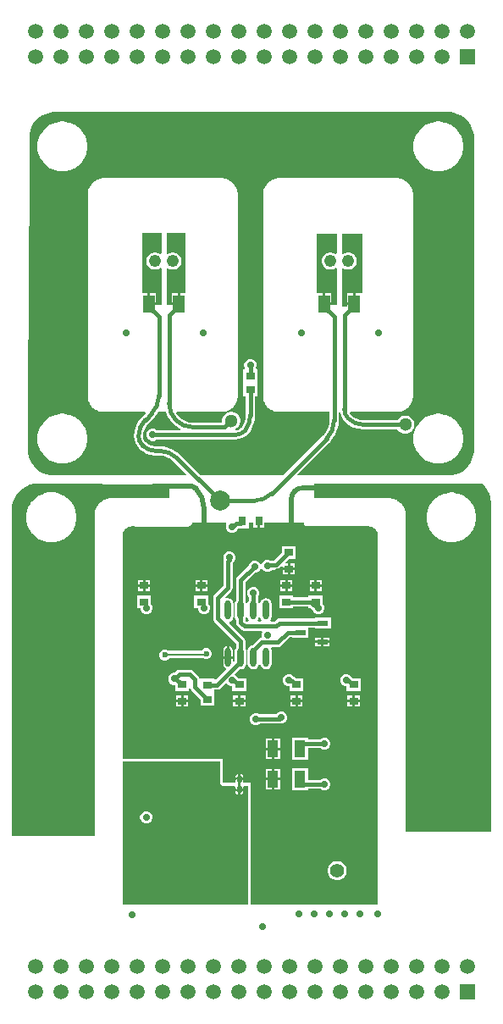
<source format=gbl>
G04*
G04 #@! TF.GenerationSoftware,Altium Limited,Altium Designer,22.4.2 (48)*
G04*
G04 Layer_Physical_Order=4*
G04 Layer_Color=16711680*
%FSLAX25Y25*%
%MOIN*%
G70*
G04*
G04 #@! TF.SameCoordinates,F473D59A-574F-4481-BB9C-DFA0211E3A26*
G04*
G04*
G04 #@! TF.FilePolarity,Positive*
G04*
G01*
G75*
%ADD11C,0.01575*%
%ADD18O,0.02362X0.07480*%
%ADD19R,0.03543X0.03150*%
%ADD20R,0.03150X0.03543*%
%ADD26R,0.04528X0.07087*%
%ADD38C,0.00799*%
%ADD40C,0.01968*%
%ADD41C,0.05906*%
%ADD42R,0.05906X0.05906*%
%ADD43C,0.05512*%
%ADD44C,0.04780*%
%ADD45C,0.02756*%
%ADD46C,0.02362*%
%ADD47C,0.07874*%
%ADD48C,0.05118*%
%ADD50R,0.04331X0.02165*%
%ADD51R,0.04331X0.06693*%
G04:AMPARAMS|DCode=52|XSize=19.68mil|YSize=23.62mil|CornerRadius=4.92mil|HoleSize=0mil|Usage=FLASHONLY|Rotation=180.000|XOffset=0mil|YOffset=0mil|HoleType=Round|Shape=RoundedRectangle|*
%AMROUNDEDRECTD52*
21,1,0.01968,0.01378,0,0,180.0*
21,1,0.00984,0.02362,0,0,180.0*
1,1,0.00984,-0.00492,0.00689*
1,1,0.00984,0.00492,0.00689*
1,1,0.00984,0.00492,-0.00689*
1,1,0.00984,-0.00492,-0.00689*
%
%ADD52ROUNDEDRECTD52*%
G36*
X-45114Y103600D02*
X-45576Y103409D01*
X-45604Y103437D01*
X-46377Y103883D01*
X-47239Y104114D01*
X-48131D01*
X-48993Y103883D01*
X-49766Y103437D01*
X-50397Y102806D01*
X-50844Y102033D01*
X-51075Y101171D01*
Y100278D01*
X-50844Y99416D01*
X-50397Y98643D01*
X-49766Y98012D01*
X-48993Y97566D01*
X-48131Y97334D01*
X-47239D01*
X-46377Y97566D01*
X-45604Y98012D01*
X-45576Y98040D01*
X-45114Y97848D01*
Y83295D01*
X-50091D01*
Y83795D01*
X-50591D01*
Y87939D01*
X-52954D01*
X-53033Y88406D01*
Y111295D01*
X-45114D01*
Y103600D01*
D02*
G37*
G36*
X-114185D02*
X-114647Y103409D01*
X-114675Y103437D01*
X-115448Y103883D01*
X-116310Y104114D01*
X-117202D01*
X-118064Y103883D01*
X-118837Y103437D01*
X-119469Y102806D01*
X-119915Y102033D01*
X-120146Y101171D01*
Y100278D01*
X-119915Y99416D01*
X-119469Y98643D01*
X-118837Y98012D01*
X-118064Y97566D01*
X-117202Y97334D01*
X-116310D01*
X-115448Y97566D01*
X-114675Y98012D01*
X-114647Y98040D01*
X-114185Y97848D01*
Y83295D01*
X-119091D01*
Y83795D01*
X-119591D01*
Y87939D01*
X-121685D01*
Y111795D01*
X-114185D01*
Y103600D01*
D02*
G37*
G36*
X-35185Y88343D02*
X-35416Y87939D01*
X-37780D01*
Y83795D01*
X-38280D01*
Y83295D01*
X-41143D01*
Y82795D01*
X-43114D01*
Y97799D01*
X-42614Y97965D01*
X-41922Y97566D01*
X-41060Y97334D01*
X-40168D01*
X-39306Y97566D01*
X-38533Y98012D01*
X-37901Y98643D01*
X-37455Y99416D01*
X-37224Y100278D01*
Y101171D01*
X-37455Y102033D01*
X-37901Y102806D01*
X-38533Y103437D01*
X-39306Y103883D01*
X-40168Y104114D01*
X-41060D01*
X-41922Y103883D01*
X-42614Y103484D01*
X-43114Y103650D01*
Y106295D01*
Y111295D01*
X-35185D01*
Y88343D01*
D02*
G37*
G36*
X-104685Y87939D02*
X-106780D01*
Y83795D01*
X-107280D01*
Y83295D01*
X-112185D01*
Y97799D01*
X-111685Y97965D01*
X-110993Y97566D01*
X-110131Y97334D01*
X-109239D01*
X-108377Y97566D01*
X-107604Y98012D01*
X-106973Y98643D01*
X-106526Y99416D01*
X-106295Y100278D01*
Y101171D01*
X-106526Y102033D01*
X-106973Y102806D01*
X-107604Y103437D01*
X-108377Y103883D01*
X-109239Y104114D01*
X-110131D01*
X-110993Y103883D01*
X-111685Y103484D01*
X-112185Y103650D01*
Y106795D01*
Y111795D01*
X-104685D01*
Y87939D01*
D02*
G37*
G36*
X1732Y158911D02*
X3552Y158157D01*
X5190Y157063D01*
X6583Y155670D01*
X7677Y154032D01*
X8431Y152212D01*
X8815Y150280D01*
Y149295D01*
Y26295D01*
Y25310D01*
X8431Y23378D01*
X7677Y21558D01*
X6583Y19921D01*
X5190Y18528D01*
X3552Y17433D01*
X1732Y16680D01*
X-200Y16295D01*
X-60454D01*
X-60646Y16757D01*
X-48179Y29224D01*
X-47824Y29577D01*
X-47824Y29577D01*
X-46619Y30988D01*
X-45650Y32570D01*
X-44940Y34284D01*
X-44507Y36088D01*
X-44361Y37937D01*
X-44363D01*
Y40999D01*
X-43872Y41062D01*
X-43477Y39760D01*
X-42836Y38560D01*
X-41983Y37520D01*
X-41974Y37507D01*
X-41984Y37496D01*
X-40412Y36206D01*
X-38619Y35247D01*
X-36673Y34657D01*
X-34650Y34458D01*
Y34473D01*
X-21242D01*
X-21033Y34110D01*
X-20370Y33447D01*
X-19559Y32979D01*
X-18654Y32736D01*
X-17717D01*
X-16811Y32979D01*
X-16000Y33447D01*
X-15337Y34110D01*
X-14868Y34922D01*
X-14626Y35827D01*
Y36764D01*
X-14868Y37669D01*
X-15337Y38481D01*
X-16000Y39143D01*
X-16811Y39612D01*
X-17717Y39854D01*
X-18654D01*
X-19559Y39612D01*
X-20370Y39143D01*
X-21033Y38481D01*
X-21242Y38118D01*
X-34650D01*
X-34704Y38107D01*
X-35962Y38231D01*
X-37225Y38614D01*
X-38388Y39236D01*
X-39365Y40038D01*
X-39396Y40084D01*
X-39428Y40105D01*
X-39931Y40761D01*
X-39980Y40879D01*
X-39702Y41295D01*
X-33976D01*
X-33976Y41295D01*
X-33825D01*
X-33678Y41266D01*
X-33206D01*
X-33185Y41264D01*
Y41266D01*
X-21685D01*
Y41264D01*
X-21664Y41266D01*
X-21193D01*
X-21045Y41295D01*
X-20894D01*
X-20432Y41387D01*
X-20411Y41389D01*
X-20391Y41395D01*
X-19928Y41487D01*
X-19789Y41545D01*
X-19641Y41574D01*
X-19206Y41755D01*
X-19186Y41761D01*
X-19167Y41771D01*
X-18731Y41951D01*
X-18606Y42035D01*
X-18467Y42093D01*
X-18075Y42355D01*
X-18056Y42365D01*
X-18040Y42378D01*
X-17648Y42640D01*
X-17542Y42746D01*
X-17416Y42830D01*
X-17083Y43164D01*
X-17067Y43177D01*
X-17053Y43193D01*
X-16720Y43527D01*
X-16636Y43652D01*
X-16530Y43758D01*
X-16268Y44150D01*
X-16254Y44167D01*
X-16244Y44185D01*
X-15982Y44577D01*
X-15925Y44716D01*
X-15841Y44842D01*
X-15661Y45277D01*
X-15651Y45296D01*
X-15645Y45316D01*
X-15464Y45752D01*
X-15435Y45899D01*
X-15377Y46038D01*
X-15285Y46501D01*
X-15279Y46521D01*
X-15277Y46542D01*
X-15185Y47005D01*
Y47155D01*
X-15156Y47303D01*
Y47774D01*
X-15154Y47795D01*
X-15156D01*
Y103295D01*
Y126795D01*
X-15154D01*
X-15156Y126816D01*
Y127288D01*
X-15185Y127436D01*
Y127586D01*
X-15277Y128049D01*
X-15279Y128069D01*
X-15285Y128090D01*
X-15377Y128552D01*
X-15435Y128691D01*
X-15464Y128839D01*
X-15645Y129275D01*
X-15651Y129295D01*
X-15661Y129313D01*
X-15841Y129749D01*
X-15925Y129874D01*
X-15982Y130013D01*
X-16244Y130405D01*
X-16254Y130424D01*
X-16268Y130440D01*
X-16530Y130832D01*
X-16636Y130939D01*
X-16720Y131064D01*
X-17053Y131397D01*
X-17067Y131414D01*
X-17083Y131427D01*
X-17416Y131761D01*
X-17541Y131844D01*
X-17648Y131951D01*
X-18040Y132213D01*
X-18056Y132226D01*
X-18075Y132236D01*
X-18467Y132498D01*
X-18606Y132555D01*
X-18731Y132639D01*
X-19167Y132820D01*
X-19186Y132829D01*
X-19206Y132836D01*
X-19641Y133016D01*
X-19789Y133045D01*
X-19928Y133103D01*
X-20391Y133195D01*
X-20411Y133201D01*
X-20432Y133203D01*
X-20894Y133295D01*
X-21045D01*
X-21193Y133325D01*
X-21664D01*
X-21685Y133327D01*
Y133325D01*
X-67685D01*
Y133327D01*
X-67706Y133325D01*
X-68177D01*
X-68325Y133295D01*
X-68476D01*
X-68938Y133203D01*
X-68959Y133201D01*
X-68979Y133195D01*
X-69442Y133103D01*
X-69581Y133045D01*
X-69729Y133016D01*
X-70164Y132836D01*
X-70184Y132829D01*
X-70203Y132820D01*
X-70639Y132639D01*
X-70764Y132555D01*
X-70903Y132498D01*
X-71295Y132236D01*
X-71314Y132226D01*
X-71330Y132213D01*
X-71722Y131951D01*
X-71829Y131844D01*
X-71954Y131761D01*
X-72287Y131427D01*
X-72303Y131414D01*
X-72317Y131397D01*
X-72650Y131064D01*
X-72734Y130939D01*
X-72840Y130832D01*
X-73102Y130440D01*
X-73116Y130424D01*
X-73126Y130405D01*
X-73388Y130013D01*
X-73445Y129874D01*
X-73529Y129749D01*
X-73709Y129313D01*
X-73719Y129295D01*
X-73725Y129275D01*
X-73906Y128839D01*
X-73935Y128691D01*
X-73993Y128552D01*
X-74085Y128090D01*
X-74091Y128069D01*
X-74093Y128049D01*
X-74185Y127586D01*
Y127435D01*
X-74214Y127288D01*
Y126816D01*
X-74217Y126795D01*
X-74214D01*
Y47795D01*
X-74217D01*
X-74214Y47774D01*
Y47303D01*
X-74185Y47155D01*
Y47005D01*
X-74093Y46542D01*
X-74091Y46521D01*
X-74085Y46501D01*
X-73993Y46038D01*
X-73935Y45899D01*
X-73906Y45752D01*
X-73725Y45316D01*
X-73719Y45296D01*
X-73709Y45277D01*
X-73529Y44842D01*
X-73445Y44716D01*
X-73388Y44577D01*
X-73126Y44185D01*
X-73116Y44167D01*
X-73102Y44150D01*
X-72840Y43758D01*
X-72734Y43652D01*
X-72650Y43527D01*
X-72317Y43193D01*
X-72303Y43177D01*
X-72287Y43164D01*
X-71954Y42830D01*
X-71829Y42746D01*
X-71722Y42640D01*
X-71330Y42378D01*
X-71314Y42365D01*
X-71295Y42355D01*
X-70903Y42093D01*
X-70764Y42035D01*
X-70639Y41951D01*
X-70203Y41771D01*
X-70184Y41761D01*
X-70165Y41755D01*
X-69729Y41574D01*
X-69581Y41545D01*
X-69442Y41487D01*
X-68979Y41395D01*
X-68959Y41389D01*
X-68938Y41387D01*
X-68476Y41295D01*
X-68325D01*
X-68177Y41266D01*
X-67706D01*
X-67685Y41264D01*
Y41266D01*
X-56185D01*
Y41264D01*
X-56164Y41266D01*
X-55693D01*
X-55545Y41295D01*
X-48008D01*
Y37937D01*
X-47992Y37859D01*
X-48142Y36338D01*
X-48608Y34799D01*
X-49366Y33381D01*
X-50074Y32519D01*
X-50403Y32155D01*
X-50403Y32155D01*
X-66262Y16295D01*
X-98608D01*
X-106695Y24382D01*
X-106694Y24383D01*
X-108096Y25580D01*
X-109667Y26543D01*
X-111370Y27249D01*
X-113162Y27679D01*
X-115000Y27824D01*
Y27822D01*
X-116672D01*
X-116753Y27806D01*
X-117974Y27967D01*
X-119188Y28470D01*
X-119843Y28972D01*
X-120211Y29289D01*
X-120408Y29485D01*
X-120438Y29506D01*
X-120936Y30154D01*
X-121263Y30943D01*
X-121370Y31754D01*
X-121363Y31790D01*
X-121375Y31853D01*
X-121242Y33199D01*
X-120832Y34553D01*
X-120164Y35802D01*
X-119577Y36517D01*
X-119253Y36882D01*
X-118900Y37236D01*
X-117179Y38957D01*
X-116824Y39309D01*
X-116824Y39309D01*
X-115619Y40720D01*
X-115267Y41295D01*
X-112489D01*
X-112461Y41178D01*
X-111792Y39562D01*
X-110877Y38070D01*
X-109741Y36739D01*
X-108411Y35603D01*
X-106919Y34689D01*
X-106724Y34608D01*
X-106821Y34118D01*
X-116145D01*
X-116338Y34311D01*
X-117212Y34673D01*
X-118158D01*
X-119032Y34311D01*
X-119701Y33642D01*
X-120063Y32768D01*
Y31822D01*
X-119701Y30948D01*
X-119032Y30279D01*
X-118158Y29917D01*
X-117212D01*
X-116338Y30279D01*
X-116145Y30473D01*
X-85130D01*
Y30472D01*
X-83688Y30614D01*
X-82302Y31035D01*
X-81025Y31718D01*
X-79905Y32637D01*
X-79905Y32637D01*
X-79619Y32987D01*
X-79604Y33012D01*
X-79460Y33247D01*
X-78650Y34569D01*
X-77940Y36284D01*
X-77507Y38088D01*
X-77361Y39937D01*
X-77363D01*
Y47465D01*
X-76413D01*
Y52476D01*
X-76413Y52614D01*
Y52976D01*
X-76413Y53114D01*
Y58126D01*
X-76803D01*
X-76868Y58183D01*
X-77096Y58626D01*
X-76807Y59322D01*
Y60268D01*
X-77169Y61142D01*
X-77838Y61811D01*
X-78712Y62173D01*
X-79658D01*
X-80532Y61811D01*
X-81201Y61142D01*
X-81563Y60268D01*
Y59322D01*
X-81275Y58626D01*
X-81503Y58183D01*
X-81568Y58126D01*
X-81957D01*
Y53114D01*
X-81957Y52976D01*
Y52614D01*
X-81957Y52476D01*
Y47465D01*
X-81007D01*
Y39937D01*
X-80992Y39859D01*
X-81142Y38337D01*
X-81608Y36799D01*
X-82366Y35381D01*
X-82583Y35118D01*
X-83250Y34606D01*
X-84157Y34230D01*
X-84916Y34130D01*
X-85079Y34613D01*
X-84500Y34947D01*
X-83837Y35610D01*
X-83368Y36421D01*
X-83126Y37327D01*
Y38264D01*
X-83368Y39169D01*
X-83837Y39981D01*
X-84500Y40643D01*
X-85311Y41112D01*
X-86216Y41354D01*
X-87154D01*
X-88059Y41112D01*
X-88870Y40643D01*
X-89533Y39981D01*
X-90001Y39169D01*
X-90244Y38264D01*
Y37327D01*
X-90404Y37118D01*
X-101857D01*
X-101924Y37104D01*
X-103325Y37242D01*
X-104737Y37670D01*
X-106038Y38366D01*
X-107178Y39302D01*
X-108114Y40442D01*
X-108341Y40866D01*
X-108084Y41295D01*
X-102976D01*
X-102976Y41295D01*
X-102825D01*
X-102678Y41266D01*
X-102206D01*
X-102185Y41264D01*
Y41266D01*
X-90685D01*
Y41264D01*
X-90664Y41266D01*
X-90193D01*
X-90045Y41295D01*
X-89894D01*
X-89432Y41387D01*
X-89411Y41389D01*
X-89391Y41395D01*
X-88928Y41487D01*
X-88789Y41545D01*
X-88641Y41574D01*
X-88206Y41755D01*
X-88186Y41761D01*
X-88167Y41771D01*
X-87731Y41951D01*
X-87606Y42035D01*
X-87467Y42093D01*
X-87075Y42355D01*
X-87056Y42365D01*
X-87040Y42378D01*
X-86648Y42640D01*
X-86542Y42746D01*
X-86416Y42830D01*
X-86083Y43164D01*
X-86067Y43177D01*
X-86053Y43193D01*
X-85720Y43527D01*
X-85636Y43652D01*
X-85530Y43758D01*
X-85268Y44150D01*
X-85254Y44167D01*
X-85244Y44185D01*
X-84983Y44577D01*
X-84925Y44716D01*
X-84841Y44842D01*
X-84661Y45277D01*
X-84651Y45296D01*
X-84645Y45316D01*
X-84464Y45752D01*
X-84435Y45899D01*
X-84377Y46038D01*
X-84285Y46501D01*
X-84279Y46521D01*
X-84277Y46542D01*
X-84185Y47005D01*
Y47155D01*
X-84156Y47303D01*
Y47774D01*
X-84154Y47795D01*
X-84156D01*
Y126795D01*
X-84154D01*
X-84156Y126816D01*
Y127288D01*
X-84185Y127436D01*
Y127586D01*
X-84277Y128049D01*
X-84279Y128069D01*
X-84285Y128090D01*
X-84377Y128552D01*
X-84435Y128691D01*
X-84464Y128839D01*
X-84645Y129275D01*
X-84651Y129295D01*
X-84661Y129313D01*
X-84841Y129749D01*
X-84925Y129874D01*
X-84983Y130013D01*
X-85244Y130405D01*
X-85254Y130424D01*
X-85268Y130440D01*
X-85530Y130832D01*
X-85636Y130939D01*
X-85720Y131064D01*
X-86053Y131397D01*
X-86067Y131414D01*
X-86083Y131427D01*
X-86416Y131761D01*
X-86541Y131844D01*
X-86648Y131951D01*
X-87040Y132213D01*
X-87056Y132226D01*
X-87075Y132236D01*
X-87467Y132498D01*
X-87606Y132555D01*
X-87731Y132639D01*
X-88167Y132820D01*
X-88186Y132829D01*
X-88206Y132836D01*
X-88641Y133016D01*
X-88789Y133045D01*
X-88928Y133103D01*
X-89391Y133195D01*
X-89411Y133201D01*
X-89432Y133203D01*
X-89894Y133295D01*
X-90045D01*
X-90193Y133325D01*
X-90664D01*
X-90685Y133327D01*
Y133325D01*
X-136685D01*
Y133327D01*
X-136706Y133325D01*
X-137178D01*
X-137325Y133295D01*
X-137476D01*
X-137938Y133203D01*
X-137959Y133201D01*
X-137979Y133195D01*
X-138442Y133103D01*
X-138581Y133045D01*
X-138729Y133016D01*
X-139164Y132836D01*
X-139184Y132829D01*
X-139203Y132820D01*
X-139639Y132639D01*
X-139764Y132555D01*
X-139903Y132498D01*
X-140295Y132236D01*
X-140314Y132226D01*
X-140330Y132213D01*
X-140722Y131951D01*
X-140829Y131844D01*
X-140954Y131761D01*
X-141287Y131427D01*
X-141304Y131414D01*
X-141317Y131397D01*
X-141650Y131064D01*
X-141734Y130939D01*
X-141840Y130832D01*
X-142102Y130440D01*
X-142116Y130424D01*
X-142126Y130405D01*
X-142388Y130013D01*
X-142445Y129874D01*
X-142529Y129749D01*
X-142709Y129313D01*
X-142719Y129295D01*
X-142725Y129275D01*
X-142906Y128839D01*
X-142935Y128691D01*
X-142993Y128552D01*
X-143085Y128090D01*
X-143091Y128069D01*
X-143093Y128049D01*
X-143185Y127586D01*
Y127435D01*
X-143214Y127288D01*
Y126816D01*
X-143217Y126795D01*
X-143214D01*
Y47795D01*
X-143217D01*
X-143214Y47774D01*
Y47303D01*
X-143185Y47155D01*
Y47005D01*
X-143093Y46542D01*
X-143091Y46521D01*
X-143085Y46501D01*
X-142993Y46038D01*
X-142935Y45899D01*
X-142906Y45752D01*
X-142725Y45316D01*
X-142719Y45296D01*
X-142709Y45277D01*
X-142529Y44842D01*
X-142445Y44716D01*
X-142388Y44577D01*
X-142126Y44185D01*
X-142116Y44167D01*
X-142102Y44150D01*
X-141840Y43758D01*
X-141734Y43652D01*
X-141650Y43527D01*
X-141317Y43193D01*
X-141304Y43177D01*
X-141287Y43164D01*
X-140954Y42830D01*
X-140829Y42746D01*
X-140722Y42640D01*
X-140330Y42378D01*
X-140314Y42365D01*
X-140295Y42355D01*
X-139903Y42093D01*
X-139764Y42035D01*
X-139639Y41951D01*
X-139203Y41771D01*
X-139184Y41761D01*
X-139164Y41755D01*
X-138729Y41574D01*
X-138581Y41545D01*
X-138442Y41487D01*
X-137979Y41395D01*
X-137959Y41389D01*
X-137938Y41387D01*
X-137476Y41295D01*
X-137325D01*
X-137178Y41266D01*
X-136706D01*
X-136685Y41264D01*
Y41266D01*
X-125185D01*
Y41264D01*
X-125164Y41266D01*
X-124693D01*
X-124545Y41295D01*
X-120648D01*
X-120457Y40833D01*
X-121830Y39460D01*
X-121838Y39449D01*
X-122935Y38165D01*
X-123824Y36714D01*
X-124475Y35141D01*
X-124872Y33487D01*
X-125005Y31803D01*
X-125007Y31790D01*
X-125004Y31772D01*
X-124873Y30443D01*
X-124480Y29149D01*
X-123842Y27955D01*
X-122995Y26923D01*
X-122985Y26908D01*
Y26908D01*
X-122793Y26707D01*
X-122626Y26569D01*
X-121481Y25630D01*
X-119985Y24830D01*
X-118361Y24337D01*
X-116672Y24171D01*
Y24178D01*
X-115000D01*
X-114923Y24193D01*
X-113415Y24045D01*
X-111891Y23582D01*
X-110487Y22831D01*
X-109316Y21870D01*
X-109272Y21805D01*
X-104224Y16757D01*
X-104416Y16295D01*
X-157670D01*
X-159602Y16680D01*
X-161422Y17433D01*
X-163060Y18528D01*
X-164453Y19921D01*
X-165547Y21558D01*
X-166301Y23378D01*
X-166685Y25310D01*
Y26295D01*
Y47295D01*
X-166185Y136295D01*
Y149295D01*
Y150280D01*
X-165801Y152212D01*
X-165047Y154032D01*
X-163953Y155670D01*
X-162560Y157063D01*
X-160922Y158157D01*
X-159102Y158911D01*
X-157170Y159295D01*
X-200D01*
X1732Y158911D01*
D02*
G37*
G36*
X-111200Y12800D02*
Y7285D01*
X-133992D01*
Y7287D01*
X-134013Y7285D01*
X-134485D01*
X-134632Y7256D01*
X-134783D01*
X-135245Y7164D01*
X-135266Y7162D01*
X-135286Y7156D01*
X-135749Y7064D01*
X-135888Y7006D01*
X-136036Y6977D01*
X-136471Y6796D01*
X-136492Y6790D01*
X-136510Y6780D01*
X-136946Y6600D01*
X-137071Y6516D01*
X-137210Y6459D01*
X-137602Y6196D01*
X-137621Y6187D01*
X-137637Y6173D01*
X-138029Y5911D01*
X-138136Y5805D01*
X-138261Y5721D01*
X-138594Y5388D01*
X-138611Y5374D01*
X-138624Y5358D01*
X-138957Y5025D01*
X-139041Y4899D01*
X-139147Y4793D01*
X-139409Y4401D01*
X-139423Y4385D01*
X-139433Y4366D01*
X-139695Y3974D01*
X-139752Y3835D01*
X-139836Y3710D01*
X-140016Y3274D01*
X-140026Y3255D01*
X-140032Y3235D01*
X-140213Y2800D01*
X-140242Y2652D01*
X-140300Y2513D01*
X-140392Y2050D01*
X-140398Y2030D01*
X-140400Y2009D01*
X-140492Y1547D01*
Y1396D01*
X-140522Y1248D01*
Y777D01*
X-140524Y756D01*
X-140522D01*
Y-7744D01*
Y-125500D01*
X-172599D01*
X-172783Y-125424D01*
X-172924Y-125283D01*
X-173000Y-125100D01*
Y-125000D01*
Y3000D01*
Y3985D01*
X-172616Y5917D01*
X-171862Y7737D01*
X-170767Y9375D01*
X-169375Y10768D01*
X-167737Y11862D01*
X-165917Y12616D01*
X-163985Y13000D01*
X-163000Y13000D01*
X-163000Y13000D01*
X-111200Y12800D01*
D02*
G37*
G36*
X-75378Y-4116D02*
X-73703D01*
Y-2244D01*
X-58207D01*
X-58098Y-2790D01*
X-57766Y-3286D01*
X-57270Y-3618D01*
X-56685Y-3734D01*
X-32530D01*
X-32359Y-3743D01*
X-31982Y-3792D01*
X-31487Y-3891D01*
X-30860Y-4151D01*
X-30439Y-4431D01*
X-30234Y-4589D01*
X-29877Y-4946D01*
X-29719Y-5152D01*
X-29438Y-5572D01*
X-29178Y-6199D01*
X-29079Y-6695D01*
X-29030Y-7071D01*
X-29021Y-7242D01*
Y-95244D01*
Y-151898D01*
X-29024Y-151898D01*
X-29022Y-151920D01*
X-28999Y-152035D01*
X-28998Y-152037D01*
X-28992Y-152068D01*
Y-152744D01*
X-78992D01*
Y-104744D01*
X-81724D01*
X-81992Y-104244D01*
X-81971Y-104214D01*
X-81887Y-103787D01*
Y-103598D01*
X-82370D01*
X-82476Y-103440D01*
X-82807Y-103219D01*
X-83197Y-103142D01*
X-83492D01*
X-83886D01*
X-84059Y-103176D01*
X-84233Y-103202D01*
X-84253Y-103215D01*
X-84276Y-103219D01*
X-84423Y-103317D01*
X-84574Y-103408D01*
X-84587Y-103427D01*
X-84607Y-103440D01*
X-84705Y-103587D01*
X-84713Y-103598D01*
X-85098D01*
Y-103787D01*
X-85013Y-104214D01*
X-84993Y-104244D01*
X-85171Y-104744D01*
X-89892D01*
X-89980Y-104727D01*
X-89992Y-104709D01*
Y-96264D01*
Y-95244D01*
X-129463D01*
Y-7242D01*
X-129454Y-7071D01*
X-129405Y-6695D01*
X-129306Y-6199D01*
X-129046Y-5572D01*
X-128766Y-5152D01*
X-128608Y-4946D01*
X-128251Y-4589D01*
X-128045Y-4431D01*
X-127625Y-4151D01*
X-126997Y-3891D01*
X-126502Y-3792D01*
X-126126Y-3743D01*
X-125954Y-3734D01*
X-124851D01*
X-124653Y-3774D01*
X-124646Y-3774D01*
Y-3774D01*
X-103724D01*
X-103724Y-3774D01*
X-103717Y-3774D01*
X-103445Y-3720D01*
X-103434Y-3717D01*
X-103132Y-3657D01*
X-103128Y-3656D01*
X-103124Y-3655D01*
X-103121Y-3653D01*
X-103117Y-3651D01*
X-103117Y-3651D01*
X-103117Y-3651D01*
X-102879Y-3492D01*
X-102621Y-3320D01*
X-102621Y-3320D01*
X-102621Y-3320D01*
X-102618Y-3317D01*
X-102615Y-3314D01*
X-102612Y-3311D01*
X-102610Y-3308D01*
X-102451Y-3071D01*
X-102278Y-2813D01*
X-102277Y-2809D01*
X-102274Y-2805D01*
X-102274Y-2802D01*
X-102272Y-2798D01*
X-102272Y-2798D01*
X-102272Y-2798D01*
X-102214Y-2504D01*
X-102162Y-2244D01*
X-88760D01*
X-88554Y-2744D01*
X-88878Y-3527D01*
Y-4473D01*
X-88516Y-5347D01*
X-87847Y-6016D01*
X-86973Y-6378D01*
X-86027D01*
X-85153Y-6016D01*
X-84484Y-5347D01*
X-84154Y-4551D01*
X-84114Y-4511D01*
X-83201D01*
X-83201Y-4511D01*
X-83025Y-4476D01*
X-79839D01*
Y-2244D01*
X-78053D01*
Y-4116D01*
X-76378D01*
Y-1744D01*
X-75378D01*
Y-4116D01*
D02*
G37*
G36*
X-83197Y-106327D02*
X-83984D01*
X-83886Y-104161D01*
X-83197D01*
Y-106327D01*
D02*
G37*
G36*
X12114Y13000D02*
X12114Y13000D01*
X12512Y12649D01*
X13229Y11867D01*
X13860Y11013D01*
X14396Y10098D01*
X14833Y9131D01*
X15164Y8123D01*
X15388Y7086D01*
X15500Y6030D01*
X15500Y5500D01*
X15500Y-124000D01*
X-17963D01*
Y-4205D01*
Y756D01*
X-17961D01*
X-17963Y777D01*
Y1248D01*
X-17992Y1396D01*
Y1547D01*
X-18084Y2009D01*
X-18086Y2030D01*
X-18092Y2050D01*
X-18184Y2513D01*
X-18242Y2652D01*
X-18271Y2800D01*
X-18452Y3235D01*
X-18458Y3255D01*
X-18468Y3274D01*
X-18648Y3710D01*
X-18732Y3835D01*
X-18789Y3974D01*
X-19051Y4366D01*
X-19061Y4385D01*
X-19075Y4401D01*
X-19337Y4793D01*
X-19443Y4899D01*
X-19527Y5025D01*
X-19860Y5358D01*
X-19874Y5374D01*
X-19890Y5388D01*
X-20223Y5721D01*
X-20349Y5805D01*
X-20455Y5911D01*
X-20847Y6173D01*
X-20864Y6187D01*
X-20882Y6196D01*
X-21274Y6459D01*
X-21413Y6516D01*
X-21539Y6600D01*
X-21974Y6780D01*
X-21993Y6790D01*
X-22013Y6796D01*
X-22448Y6977D01*
X-22596Y7006D01*
X-22735Y7064D01*
X-23198Y7156D01*
X-23218Y7162D01*
X-23239Y7164D01*
X-23701Y7256D01*
X-23852D01*
X-24000Y7285D01*
X-24471D01*
X-24492Y7287D01*
Y7285D01*
X-54000D01*
Y13000D01*
X11647D01*
X12114Y13000D01*
D02*
G37*
G36*
X-91012Y-104744D02*
X-90992Y-104843D01*
Y-105244D01*
X-90861D01*
X-90713Y-105465D01*
X-90382Y-105686D01*
X-89992Y-105764D01*
X-85480D01*
X-85014Y-106178D01*
X-85000Y-106216D01*
X-85002Y-106258D01*
X-85013Y-106275D01*
X-85098Y-106701D01*
Y-106890D01*
X-84813D01*
X-84737Y-107014D01*
X-84718Y-107028D01*
X-84705Y-107048D01*
X-84559Y-107146D01*
X-84417Y-107250D01*
X-84394Y-107256D01*
X-84374Y-107269D01*
X-84202Y-107303D01*
X-84031Y-107345D01*
X-84007Y-107342D01*
X-83984Y-107347D01*
X-83492D01*
X-83197D01*
X-82807Y-107269D01*
X-82476Y-107048D01*
X-82370Y-106890D01*
X-81887D01*
Y-106701D01*
X-81971Y-106275D01*
X-82005Y-106224D01*
X-81971Y-106097D01*
X-81758Y-105809D01*
X-81711Y-105764D01*
X-80012D01*
Y-152744D01*
X-129168D01*
X-129485Y-152358D01*
X-129463Y-152244D01*
Y-96264D01*
X-91012D01*
Y-104744D01*
D02*
G37*
%LPC*%
G36*
X-49591Y87939D02*
Y84295D01*
X-47227D01*
Y87939D01*
X-49591D01*
D02*
G37*
G36*
X-116227D02*
X-118591D01*
Y84295D01*
X-116227D01*
Y87939D01*
D02*
G37*
G36*
X-38780D02*
X-41143D01*
Y84295D01*
X-38780D01*
Y87939D01*
D02*
G37*
G36*
X-107780D02*
X-110143D01*
Y84295D01*
X-107780D01*
Y87939D01*
D02*
G37*
G36*
X-4371Y155592D02*
X-5999D01*
X-6147Y155563D01*
X-6298D01*
X-7895Y155245D01*
X-8034Y155188D01*
X-8182Y155158D01*
X-9686Y154535D01*
X-9812Y154451D01*
X-9951Y154394D01*
X-11305Y153489D01*
X-11412Y153382D01*
X-11537Y153299D01*
X-12688Y152147D01*
X-12772Y152022D01*
X-12879Y151915D01*
X-13783Y150561D01*
X-13841Y150422D01*
X-13925Y150297D01*
X-14548Y148792D01*
X-14577Y148644D01*
X-14635Y148505D01*
X-14953Y146908D01*
Y146757D01*
X-14982Y146610D01*
Y144981D01*
X-14953Y144833D01*
Y144683D01*
X-14635Y143085D01*
X-14577Y142946D01*
X-14548Y142798D01*
X-13925Y141294D01*
X-13841Y141168D01*
X-13783Y141029D01*
X-12879Y139675D01*
X-12772Y139569D01*
X-12688Y139444D01*
X-11537Y138292D01*
X-11412Y138208D01*
X-11305Y138102D01*
X-9951Y137197D01*
X-9812Y137139D01*
X-9686Y137056D01*
X-8182Y136432D01*
X-8034Y136403D01*
X-7895Y136345D01*
X-6298Y136028D01*
X-6147D01*
X-5999Y135998D01*
X-4371D01*
X-4223Y136028D01*
X-4072D01*
X-2475Y136345D01*
X-2336Y136403D01*
X-2188Y136432D01*
X-684Y137056D01*
X-558Y137139D01*
X-419Y137197D01*
X935Y138102D01*
X1041Y138208D01*
X1167Y138292D01*
X2318Y139444D01*
X2402Y139569D01*
X2509Y139675D01*
X3413Y141029D01*
X3471Y141168D01*
X3555Y141294D01*
X4178Y142798D01*
X4207Y142946D01*
X4265Y143085D01*
X4583Y144683D01*
Y144833D01*
X4612Y144981D01*
Y146610D01*
X4583Y146757D01*
Y146908D01*
X4265Y148505D01*
X4207Y148644D01*
X4178Y148792D01*
X3555Y150297D01*
X3471Y150422D01*
X3413Y150561D01*
X2509Y151915D01*
X2402Y152022D01*
X2318Y152147D01*
X1167Y153299D01*
X1041Y153382D01*
X935Y153489D01*
X-419Y154394D01*
X-558Y154451D01*
X-684Y154535D01*
X-2188Y155158D01*
X-2336Y155188D01*
X-2475Y155245D01*
X-4072Y155563D01*
X-4223D01*
X-4371Y155592D01*
D02*
G37*
G36*
X-152371D02*
X-153999D01*
X-154147Y155563D01*
X-154298D01*
X-155895Y155245D01*
X-156034Y155188D01*
X-156182Y155158D01*
X-157687Y154535D01*
X-157812Y154451D01*
X-157951Y154394D01*
X-159305Y153489D01*
X-159412Y153382D01*
X-159537Y153299D01*
X-160688Y152147D01*
X-160772Y152022D01*
X-160879Y151915D01*
X-161783Y150561D01*
X-161841Y150422D01*
X-161925Y150297D01*
X-162548Y148792D01*
X-162577Y148644D01*
X-162635Y148505D01*
X-162953Y146908D01*
Y146757D01*
X-162982Y146610D01*
Y144981D01*
X-162953Y144833D01*
Y144683D01*
X-162635Y143085D01*
X-162577Y142946D01*
X-162548Y142798D01*
X-161925Y141294D01*
X-161841Y141168D01*
X-161783Y141029D01*
X-160879Y139675D01*
X-160772Y139569D01*
X-160688Y139444D01*
X-159537Y138292D01*
X-159412Y138208D01*
X-159305Y138102D01*
X-157951Y137197D01*
X-157812Y137139D01*
X-157687Y137056D01*
X-156182Y136432D01*
X-156034Y136403D01*
X-155895Y136345D01*
X-154298Y136028D01*
X-154147D01*
X-153999Y135998D01*
X-152371D01*
X-152223Y136028D01*
X-152072D01*
X-150475Y136345D01*
X-150336Y136403D01*
X-150188Y136432D01*
X-148684Y137056D01*
X-148558Y137139D01*
X-148419Y137197D01*
X-147065Y138102D01*
X-146958Y138208D01*
X-146833Y138292D01*
X-145682Y139444D01*
X-145598Y139569D01*
X-145492Y139675D01*
X-144587Y141029D01*
X-144529Y141168D01*
X-144445Y141294D01*
X-143822Y142798D01*
X-143793Y142946D01*
X-143735Y143085D01*
X-143417Y144683D01*
Y144833D01*
X-143388Y144981D01*
Y146610D01*
X-143417Y146757D01*
Y146908D01*
X-143735Y148505D01*
X-143793Y148644D01*
X-143822Y148792D01*
X-144445Y150297D01*
X-144529Y150422D01*
X-144587Y150561D01*
X-145492Y151915D01*
X-145598Y152022D01*
X-145682Y152147D01*
X-146833Y153299D01*
X-146958Y153382D01*
X-147065Y153489D01*
X-148419Y154394D01*
X-148558Y154451D01*
X-148684Y154535D01*
X-150188Y155158D01*
X-150336Y155188D01*
X-150475Y155245D01*
X-152072Y155563D01*
X-152223D01*
X-152371Y155592D01*
D02*
G37*
G36*
X-4371Y40592D02*
X-5999D01*
X-6147Y40563D01*
X-6298D01*
X-7895Y40245D01*
X-8034Y40188D01*
X-8182Y40158D01*
X-9686Y39535D01*
X-9812Y39451D01*
X-9951Y39394D01*
X-11305Y38489D01*
X-11412Y38382D01*
X-11537Y38299D01*
X-12688Y37147D01*
X-12772Y37022D01*
X-12879Y36915D01*
X-13783Y35561D01*
X-13841Y35422D01*
X-13925Y35297D01*
X-14548Y33792D01*
X-14577Y33644D01*
X-14635Y33505D01*
X-14953Y31908D01*
Y31757D01*
X-14982Y31610D01*
Y29981D01*
X-14953Y29833D01*
Y29683D01*
X-14635Y28085D01*
X-14577Y27946D01*
X-14548Y27798D01*
X-13925Y26294D01*
X-13841Y26169D01*
X-13783Y26029D01*
X-12879Y24675D01*
X-12772Y24569D01*
X-12688Y24443D01*
X-11537Y23292D01*
X-11412Y23208D01*
X-11305Y23102D01*
X-9951Y22197D01*
X-9812Y22139D01*
X-9686Y22055D01*
X-8182Y21432D01*
X-8034Y21403D01*
X-7895Y21345D01*
X-6298Y21028D01*
X-6147D01*
X-5999Y20998D01*
X-4371D01*
X-4223Y21028D01*
X-4072D01*
X-2475Y21345D01*
X-2336Y21403D01*
X-2188Y21432D01*
X-684Y22055D01*
X-558Y22139D01*
X-419Y22197D01*
X935Y23102D01*
X1041Y23208D01*
X1167Y23292D01*
X2318Y24443D01*
X2402Y24569D01*
X2509Y24675D01*
X3413Y26029D01*
X3471Y26169D01*
X3555Y26294D01*
X4178Y27798D01*
X4207Y27946D01*
X4265Y28085D01*
X4583Y29683D01*
Y29833D01*
X4612Y29981D01*
Y31610D01*
X4583Y31757D01*
Y31908D01*
X4265Y33505D01*
X4207Y33644D01*
X4178Y33792D01*
X3555Y35297D01*
X3471Y35422D01*
X3413Y35561D01*
X2509Y36915D01*
X2402Y37022D01*
X2318Y37147D01*
X1167Y38299D01*
X1041Y38382D01*
X935Y38489D01*
X-419Y39394D01*
X-558Y39451D01*
X-684Y39535D01*
X-2188Y40158D01*
X-2336Y40188D01*
X-2475Y40245D01*
X-4072Y40563D01*
X-4223D01*
X-4371Y40592D01*
D02*
G37*
G36*
X-152371D02*
X-153999D01*
X-154147Y40563D01*
X-154298D01*
X-155895Y40245D01*
X-156034Y40188D01*
X-156182Y40158D01*
X-157687Y39535D01*
X-157812Y39451D01*
X-157951Y39394D01*
X-159305Y38489D01*
X-159412Y38382D01*
X-159537Y38299D01*
X-160688Y37147D01*
X-160772Y37022D01*
X-160879Y36915D01*
X-161783Y35561D01*
X-161841Y35422D01*
X-161925Y35297D01*
X-162548Y33792D01*
X-162577Y33644D01*
X-162635Y33505D01*
X-162953Y31908D01*
Y31757D01*
X-162982Y31610D01*
Y29981D01*
X-162953Y29833D01*
Y29683D01*
X-162635Y28085D01*
X-162577Y27946D01*
X-162548Y27798D01*
X-161925Y26294D01*
X-161841Y26169D01*
X-161783Y26029D01*
X-160879Y24675D01*
X-160772Y24569D01*
X-160688Y24443D01*
X-159537Y23292D01*
X-159412Y23208D01*
X-159305Y23102D01*
X-157951Y22197D01*
X-157812Y22139D01*
X-157687Y22055D01*
X-156182Y21432D01*
X-156034Y21403D01*
X-155895Y21345D01*
X-154298Y21028D01*
X-154147D01*
X-153999Y20998D01*
X-152371D01*
X-152223Y21028D01*
X-152072D01*
X-150475Y21345D01*
X-150336Y21403D01*
X-150188Y21432D01*
X-148684Y22055D01*
X-148558Y22139D01*
X-148419Y22197D01*
X-147065Y23102D01*
X-146958Y23208D01*
X-146833Y23292D01*
X-145682Y24443D01*
X-145598Y24569D01*
X-145492Y24675D01*
X-144587Y26029D01*
X-144529Y26169D01*
X-144445Y26294D01*
X-143822Y27798D01*
X-143793Y27946D01*
X-143735Y28085D01*
X-143417Y29683D01*
Y29833D01*
X-143388Y29981D01*
Y31610D01*
X-143417Y31757D01*
Y31908D01*
X-143735Y33505D01*
X-143793Y33644D01*
X-143822Y33792D01*
X-144445Y35297D01*
X-144529Y35422D01*
X-144587Y35561D01*
X-145492Y36915D01*
X-145598Y37022D01*
X-145682Y37147D01*
X-146833Y38299D01*
X-146958Y38382D01*
X-147065Y38489D01*
X-148419Y39394D01*
X-148558Y39451D01*
X-148684Y39535D01*
X-150188Y40158D01*
X-150336Y40188D01*
X-150475Y40245D01*
X-152072Y40563D01*
X-152223D01*
X-152371Y40592D01*
D02*
G37*
G36*
X-156682Y9632D02*
X-158318D01*
X-158466Y9603D01*
X-158617D01*
X-160222Y9284D01*
X-160361Y9226D01*
X-160509Y9197D01*
X-162021Y8570D01*
X-162146Y8487D01*
X-162285Y8429D01*
X-163646Y7520D01*
X-163752Y7413D01*
X-163877Y7330D01*
X-165034Y6173D01*
X-165118Y6047D01*
X-165225Y5941D01*
X-166134Y4580D01*
X-166191Y4441D01*
X-166275Y4316D01*
X-166901Y2804D01*
X-166931Y2656D01*
X-166989Y2517D01*
X-167308Y912D01*
Y761D01*
X-167337Y613D01*
Y-205D01*
Y-1023D01*
X-167308Y-1171D01*
Y-1321D01*
X-166989Y-2926D01*
X-166931Y-3066D01*
X-166901Y-3213D01*
X-166275Y-4725D01*
X-166191Y-4850D01*
X-166134Y-4990D01*
X-165225Y-6350D01*
X-165118Y-6457D01*
X-165034Y-6582D01*
X-163877Y-7739D01*
X-163752Y-7823D01*
X-163646Y-7929D01*
X-162285Y-8839D01*
X-162146Y-8896D01*
X-162021Y-8980D01*
X-160509Y-9606D01*
X-160361Y-9635D01*
X-160222Y-9693D01*
X-158617Y-10012D01*
X-158466D01*
X-158318Y-10042D01*
X-156682D01*
X-156534Y-10012D01*
X-156383D01*
X-154778Y-9693D01*
X-154639Y-9635D01*
X-154491Y-9606D01*
X-152980Y-8980D01*
X-152854Y-8896D01*
X-152715Y-8839D01*
X-151354Y-7929D01*
X-151248Y-7823D01*
X-151123Y-7739D01*
X-149966Y-6582D01*
X-149882Y-6457D01*
X-149775Y-6350D01*
X-148866Y-4990D01*
X-148809Y-4850D01*
X-148725Y-4725D01*
X-148099Y-3213D01*
X-148069Y-3066D01*
X-148012Y-2926D01*
X-147692Y-1321D01*
Y-1171D01*
X-147663Y-1023D01*
Y-205D01*
Y613D01*
X-147692Y761D01*
Y912D01*
X-148012Y2517D01*
X-148069Y2656D01*
X-148099Y2804D01*
X-148725Y4316D01*
X-148809Y4441D01*
X-148866Y4580D01*
X-149775Y5941D01*
X-149882Y6047D01*
X-149966Y6173D01*
X-151123Y7330D01*
X-151248Y7413D01*
X-151354Y7520D01*
X-152715Y8429D01*
X-152854Y8487D01*
X-152980Y8570D01*
X-154491Y9197D01*
X-154639Y9226D01*
X-154778Y9284D01*
X-156383Y9603D01*
X-156534D01*
X-156682Y9632D01*
D02*
G37*
G36*
X-61221Y-11441D02*
X-66764D01*
Y-14013D01*
X-69946Y-17196D01*
X-71223D01*
X-72019Y-16866D01*
X-72965D01*
X-73839Y-17228D01*
X-74508Y-17897D01*
X-74778Y-18550D01*
X-75320D01*
X-75484Y-18153D01*
X-76153Y-17484D01*
X-77027Y-17122D01*
X-77973D01*
X-78847Y-17484D01*
X-79516Y-18153D01*
X-79878Y-19027D01*
Y-19301D01*
X-84289Y-23711D01*
X-84684Y-24303D01*
X-84822Y-25000D01*
X-84822Y-25000D01*
Y-32991D01*
X-85054Y-33338D01*
X-85224Y-34189D01*
Y-39307D01*
X-85054Y-40158D01*
X-84822Y-40505D01*
Y-41531D01*
X-84822Y-41531D01*
X-84684Y-42228D01*
X-84289Y-42820D01*
X-82820Y-44289D01*
X-82820Y-44289D01*
X-82228Y-44684D01*
X-81531Y-44822D01*
X-81531Y-44822D01*
X-74587D01*
X-74395Y-45284D01*
X-74508Y-45397D01*
X-74870Y-46271D01*
Y-47217D01*
X-74868Y-47223D01*
X-75103Y-47664D01*
X-75414Y-47726D01*
X-76005Y-48121D01*
X-76005Y-48121D01*
X-78441Y-50557D01*
X-78851Y-50638D01*
X-79572Y-51120D01*
X-80054Y-51842D01*
X-80224Y-52693D01*
Y-57811D01*
X-80054Y-58662D01*
X-79572Y-59383D01*
X-78851Y-59866D01*
X-78000Y-60035D01*
X-77149Y-59866D01*
X-76428Y-59383D01*
X-75946Y-58662D01*
X-75776Y-57811D01*
Y-53514D01*
X-75724Y-53479D01*
X-75224Y-53746D01*
Y-57811D01*
X-75055Y-58662D01*
X-74572Y-59383D01*
X-73851Y-59866D01*
X-73000Y-60035D01*
X-72149Y-59866D01*
X-71428Y-59383D01*
X-70946Y-58662D01*
X-70776Y-57811D01*
Y-52693D01*
X-70946Y-51842D01*
X-71058Y-51673D01*
X-70823Y-51232D01*
X-68410D01*
X-68410Y-51232D01*
X-67712Y-51093D01*
X-67121Y-50698D01*
X-63745Y-47322D01*
X-62653D01*
Y-47583D01*
X-56323D01*
Y-43582D01*
X-53756D01*
Y-43843D01*
X-47425D01*
Y-39677D01*
X-53756D01*
Y-39937D01*
X-67760D01*
X-67760Y-39937D01*
X-68457Y-40076D01*
X-69049Y-40471D01*
X-69049Y-40471D01*
X-69755Y-41178D01*
X-71042D01*
X-71293Y-40678D01*
X-70946Y-40158D01*
X-70776Y-39307D01*
Y-34189D01*
X-70946Y-33338D01*
X-71428Y-32616D01*
X-72149Y-32134D01*
X-73000Y-31965D01*
X-73851Y-32134D01*
X-74572Y-32616D01*
X-75055Y-33338D01*
X-75224Y-34189D01*
Y-39307D01*
X-75055Y-40158D01*
X-74708Y-40678D01*
X-74958Y-41178D01*
X-76042D01*
X-76293Y-40678D01*
X-75946Y-40158D01*
X-75776Y-39307D01*
Y-34189D01*
X-75946Y-33338D01*
X-76178Y-32991D01*
Y-31541D01*
X-75984Y-31347D01*
X-75622Y-30473D01*
Y-29527D01*
X-75984Y-28653D01*
X-76653Y-27984D01*
X-77527Y-27622D01*
X-78473D01*
X-79347Y-27984D01*
X-80016Y-28653D01*
X-80378Y-29527D01*
Y-30473D01*
X-80016Y-31347D01*
X-79822Y-31541D01*
Y-32991D01*
X-80054Y-33338D01*
X-80224Y-34189D01*
Y-39307D01*
X-80054Y-40158D01*
X-79707Y-40678D01*
X-79958Y-41178D01*
X-80776D01*
X-81178Y-40776D01*
Y-40505D01*
X-80945Y-40158D01*
X-80776Y-39307D01*
Y-34189D01*
X-80945Y-33338D01*
X-81178Y-32991D01*
Y-25755D01*
X-77301Y-21878D01*
X-77027D01*
X-76153Y-21516D01*
X-75484Y-20847D01*
X-75214Y-20194D01*
X-74673D01*
X-74508Y-20591D01*
X-73839Y-21260D01*
X-72965Y-21622D01*
X-72019D01*
X-71145Y-21260D01*
X-70726Y-20841D01*
X-69191D01*
X-69191Y-20841D01*
X-68494Y-20702D01*
X-67903Y-20307D01*
X-66865Y-19269D01*
X-66403Y-19460D01*
Y-20051D01*
X-64531D01*
Y-18376D01*
X-65319D01*
X-65510Y-17914D01*
X-64187Y-16590D01*
X-61221D01*
Y-11441D01*
D02*
G37*
G36*
X-61660Y-18376D02*
X-63532D01*
Y-20051D01*
X-61660D01*
Y-18376D01*
D02*
G37*
G36*
Y-21051D02*
X-63532D01*
Y-22726D01*
X-61660D01*
Y-21051D01*
D02*
G37*
G36*
X-64531D02*
X-66403D01*
Y-22726D01*
X-64531D01*
Y-21051D01*
D02*
G37*
G36*
X-96081Y-24762D02*
X-97953D01*
Y-26437D01*
X-96081D01*
Y-24762D01*
D02*
G37*
G36*
X-62581D02*
X-64453D01*
Y-26437D01*
X-62581D01*
Y-24762D01*
D02*
G37*
G36*
X-51081D02*
X-52953D01*
Y-26437D01*
X-51081D01*
Y-24762D01*
D02*
G37*
G36*
X-118581D02*
X-120453D01*
Y-26437D01*
X-118581D01*
Y-24762D01*
D02*
G37*
G36*
X-98953D02*
X-100824D01*
Y-26437D01*
X-98953D01*
Y-24762D01*
D02*
G37*
G36*
X-53953D02*
X-55824D01*
Y-26437D01*
X-53953D01*
Y-24762D01*
D02*
G37*
G36*
X-65453D02*
X-67324D01*
Y-26437D01*
X-65453D01*
Y-24762D01*
D02*
G37*
G36*
X-121453D02*
X-123324D01*
Y-26437D01*
X-121453D01*
Y-24762D01*
D02*
G37*
G36*
X-51081Y-27437D02*
X-52953D01*
Y-29112D01*
X-51081D01*
Y-27437D01*
D02*
G37*
G36*
X-53953D02*
X-55824D01*
Y-29112D01*
X-53953D01*
Y-27437D01*
D02*
G37*
G36*
X-62581D02*
X-64453D01*
Y-29112D01*
X-62581D01*
Y-27437D01*
D02*
G37*
G36*
X-65453D02*
X-67324D01*
Y-29112D01*
X-65453D01*
Y-27437D01*
D02*
G37*
G36*
X-96081D02*
X-97953D01*
Y-29112D01*
X-96081D01*
Y-27437D01*
D02*
G37*
G36*
X-98953D02*
X-100824D01*
Y-29112D01*
X-98953D01*
Y-27437D01*
D02*
G37*
G36*
X-118581D02*
X-120453D01*
Y-29112D01*
X-118581D01*
Y-27437D01*
D02*
G37*
G36*
X-121453D02*
X-123324D01*
Y-29112D01*
X-121453D01*
Y-27437D01*
D02*
G37*
G36*
X-50721Y-30898D02*
X-56264D01*
Y-31650D01*
X-62221D01*
Y-30898D01*
X-67764D01*
Y-36047D01*
X-62221D01*
Y-35295D01*
X-56264D01*
Y-36047D01*
X-55228D01*
X-54838Y-36438D01*
X-54508Y-37234D01*
X-53839Y-37903D01*
X-52965Y-38265D01*
X-52019D01*
X-51145Y-37903D01*
X-50476Y-37234D01*
X-50114Y-36360D01*
Y-35414D01*
X-50476Y-34540D01*
X-50721Y-34295D01*
Y-30898D01*
D02*
G37*
G36*
X-95720D02*
X-101264D01*
Y-36047D01*
X-99870D01*
Y-36360D01*
X-99508Y-37234D01*
X-98839Y-37903D01*
X-97965Y-38265D01*
X-97019D01*
X-96145Y-37903D01*
X-95476Y-37234D01*
X-95114Y-36360D01*
Y-35414D01*
X-95476Y-34540D01*
X-95720Y-34295D01*
Y-30898D01*
D02*
G37*
G36*
X-118220D02*
X-123764D01*
Y-36047D01*
X-122370D01*
Y-36360D01*
X-122008Y-37234D01*
X-121339Y-37903D01*
X-120465Y-38265D01*
X-119519D01*
X-118645Y-37903D01*
X-117976Y-37234D01*
X-117614Y-36360D01*
Y-35414D01*
X-117976Y-34540D01*
X-118220Y-34295D01*
Y-30898D01*
D02*
G37*
G36*
X-48022Y-47558D02*
X-50287D01*
Y-48740D01*
X-48022D01*
Y-47558D01*
D02*
G37*
G36*
X-51287D02*
X-53553D01*
Y-48740D01*
X-51287D01*
Y-47558D01*
D02*
G37*
G36*
X-48022Y-49740D02*
X-50287D01*
Y-50923D01*
X-48022D01*
Y-49740D01*
D02*
G37*
G36*
X-51287D02*
X-53553D01*
Y-50923D01*
X-51287D01*
Y-49740D01*
D02*
G37*
G36*
X-96066Y-51701D02*
X-96934D01*
X-97736Y-52033D01*
X-98349Y-52647D01*
X-98369Y-52694D01*
X-111443D01*
X-111627Y-52511D01*
X-112428Y-52179D01*
X-113296D01*
X-114098Y-52511D01*
X-114711Y-53124D01*
X-115043Y-53926D01*
Y-54794D01*
X-114711Y-55595D01*
X-114098Y-56209D01*
X-113296Y-56541D01*
X-112428D01*
X-111627Y-56209D01*
X-111013Y-55595D01*
X-110994Y-55548D01*
X-97919D01*
X-97736Y-55731D01*
X-96934Y-56063D01*
X-96066D01*
X-95265Y-55731D01*
X-94651Y-55118D01*
X-94319Y-54316D01*
Y-53448D01*
X-94651Y-52647D01*
X-95265Y-52033D01*
X-96066Y-51701D01*
D02*
G37*
G36*
X-87500Y-50976D02*
Y-54752D01*
X-86184D01*
Y-52693D01*
X-86322Y-51998D01*
X-86716Y-51409D01*
X-87305Y-51015D01*
X-87500Y-50976D01*
D02*
G37*
G36*
X-88500D02*
X-88695Y-51015D01*
X-89284Y-51409D01*
X-89678Y-51998D01*
X-89816Y-52693D01*
Y-54752D01*
X-88500D01*
Y-50976D01*
D02*
G37*
G36*
X-87027Y-13622D02*
X-87973D01*
X-88847Y-13984D01*
X-89516Y-14653D01*
X-89878Y-15527D01*
Y-16473D01*
X-89702Y-16897D01*
X-89822Y-17500D01*
X-89822Y-17500D01*
Y-27245D01*
X-93289Y-30711D01*
X-93684Y-31303D01*
X-93822Y-32000D01*
X-93822Y-32000D01*
Y-40000D01*
X-93822Y-40000D01*
X-93684Y-40697D01*
X-93289Y-41289D01*
X-84822Y-49755D01*
Y-51494D01*
X-85054Y-51842D01*
X-85224Y-52693D01*
Y-56644D01*
X-85268Y-56673D01*
X-85268Y-56673D01*
X-85722Y-57127D01*
X-86184Y-56936D01*
Y-55752D01*
X-89816D01*
Y-57811D01*
X-89678Y-58506D01*
X-89284Y-59095D01*
X-88752Y-59451D01*
X-88623Y-59726D01*
X-88553Y-59958D01*
X-91209Y-62614D01*
X-91244Y-62667D01*
X-92728Y-64151D01*
X-93228Y-63944D01*
Y-63669D01*
X-98772D01*
Y-63669D01*
X-99252Y-63623D01*
X-99316Y-63303D01*
X-99711Y-62711D01*
X-99711Y-62711D01*
X-101711Y-60711D01*
X-102303Y-60316D01*
X-103000Y-60178D01*
X-103000Y-60178D01*
X-106928D01*
X-106928Y-60178D01*
X-107626Y-60316D01*
X-108217Y-60711D01*
X-108217Y-60711D01*
X-108872Y-61366D01*
X-109465D01*
X-110339Y-61728D01*
X-111008Y-62397D01*
X-111370Y-63271D01*
Y-64217D01*
X-111008Y-65091D01*
X-110339Y-65760D01*
X-109465Y-66122D01*
X-108764D01*
Y-68590D01*
X-103220D01*
Y-67514D01*
X-102720Y-67465D01*
X-102684Y-67650D01*
X-102289Y-68241D01*
X-98772Y-71758D01*
Y-74331D01*
X-93228D01*
Y-69319D01*
X-93228Y-69181D01*
X-93228D01*
Y-68819D01*
X-93228D01*
Y-68067D01*
X-92244D01*
X-92244Y-68067D01*
X-91547Y-67928D01*
X-90955Y-67533D01*
X-89004Y-65581D01*
X-88407Y-65692D01*
X-87839Y-66260D01*
X-86965Y-66622D01*
X-86264D01*
Y-68590D01*
X-80721D01*
Y-63441D01*
X-83687D01*
X-83946Y-63181D01*
X-84537Y-62786D01*
X-84599Y-62774D01*
X-85145Y-62228D01*
X-85232Y-61792D01*
X-83396Y-59956D01*
X-83000Y-60035D01*
X-82149Y-59866D01*
X-81428Y-59383D01*
X-80945Y-58662D01*
X-80776Y-57811D01*
Y-52693D01*
X-80945Y-51842D01*
X-81178Y-51494D01*
Y-49000D01*
X-81316Y-48303D01*
X-81711Y-47711D01*
X-81711Y-47711D01*
X-87535Y-41888D01*
X-87390Y-41410D01*
X-87149Y-41362D01*
X-86427Y-40880D01*
X-85945Y-40158D01*
X-85776Y-39307D01*
Y-34189D01*
X-85945Y-33338D01*
X-86427Y-32616D01*
X-87149Y-32134D01*
X-88000Y-31965D01*
X-88851Y-32134D01*
X-89167Y-31744D01*
X-86711Y-29289D01*
X-86711Y-29289D01*
X-86316Y-28697D01*
X-86178Y-28000D01*
Y-18238D01*
X-85816Y-17697D01*
X-85812Y-17675D01*
X-85484Y-17347D01*
X-85122Y-16473D01*
Y-15527D01*
X-85484Y-14653D01*
X-86153Y-13984D01*
X-87027Y-13622D01*
D02*
G37*
G36*
X-41019Y-61866D02*
X-41965D01*
X-42839Y-62228D01*
X-43508Y-62897D01*
X-43870Y-63771D01*
Y-64717D01*
X-43508Y-65591D01*
X-42839Y-66260D01*
X-41965Y-66622D01*
X-41264D01*
Y-68590D01*
X-35721D01*
Y-63441D01*
X-38686D01*
X-38946Y-63181D01*
X-39537Y-62786D01*
X-39599Y-62774D01*
X-40145Y-62228D01*
X-41019Y-61866D01*
D02*
G37*
G36*
X-63519D02*
X-64465D01*
X-65339Y-62228D01*
X-66008Y-62897D01*
X-66370Y-63771D01*
Y-64717D01*
X-66008Y-65591D01*
X-65339Y-66260D01*
X-64465Y-66622D01*
X-63764D01*
Y-68590D01*
X-58220D01*
Y-63441D01*
X-61186D01*
X-61446Y-63181D01*
X-62037Y-62786D01*
X-62099Y-62774D01*
X-62645Y-62228D01*
X-63519Y-61866D01*
D02*
G37*
G36*
X-36160Y-70376D02*
X-38032D01*
Y-72051D01*
X-36160D01*
Y-70376D01*
D02*
G37*
G36*
X-39031D02*
X-40903D01*
Y-72051D01*
X-39031D01*
Y-70376D01*
D02*
G37*
G36*
X-58660D02*
X-60532D01*
Y-72051D01*
X-58660D01*
Y-70376D01*
D02*
G37*
G36*
X-61532D02*
X-63403D01*
Y-72051D01*
X-61532D01*
Y-70376D01*
D02*
G37*
G36*
X-81160D02*
X-83031D01*
Y-72051D01*
X-81160D01*
Y-70376D01*
D02*
G37*
G36*
X-84031D02*
X-85903D01*
Y-72051D01*
X-84031D01*
Y-70376D01*
D02*
G37*
G36*
X-103660D02*
X-105532D01*
Y-72051D01*
X-103660D01*
Y-70376D01*
D02*
G37*
G36*
X-106532D02*
X-108403D01*
Y-72051D01*
X-106532D01*
Y-70376D01*
D02*
G37*
G36*
X-36160Y-73051D02*
X-38032D01*
Y-74726D01*
X-36160D01*
Y-73051D01*
D02*
G37*
G36*
X-39031D02*
X-40903D01*
Y-74726D01*
X-39031D01*
Y-73051D01*
D02*
G37*
G36*
X-58660D02*
X-60532D01*
Y-74726D01*
X-58660D01*
Y-73051D01*
D02*
G37*
G36*
X-61532D02*
X-63403D01*
Y-74726D01*
X-61532D01*
Y-73051D01*
D02*
G37*
G36*
X-81160D02*
X-83031D01*
Y-74726D01*
X-81160D01*
Y-73051D01*
D02*
G37*
G36*
X-84031D02*
X-85903D01*
Y-74726D01*
X-84031D01*
Y-73051D01*
D02*
G37*
G36*
X-103660D02*
X-105532D01*
Y-74726D01*
X-103660D01*
Y-73051D01*
D02*
G37*
G36*
X-106532D02*
X-108403D01*
Y-74726D01*
X-106532D01*
Y-73051D01*
D02*
G37*
G36*
X-66527Y-76622D02*
X-67473D01*
X-68347Y-76984D01*
X-69016Y-77653D01*
X-69026Y-77678D01*
X-75459D01*
X-75653Y-77484D01*
X-76527Y-77122D01*
X-77473D01*
X-78347Y-77484D01*
X-79016Y-78153D01*
X-79378Y-79027D01*
Y-79973D01*
X-79016Y-80847D01*
X-78347Y-81516D01*
X-77473Y-81878D01*
X-76527D01*
X-75653Y-81516D01*
X-75459Y-81322D01*
X-67820D01*
X-67820Y-81322D01*
X-67676Y-81294D01*
X-67473Y-81378D01*
X-66527D01*
X-65653Y-81016D01*
X-64984Y-80347D01*
X-64622Y-79473D01*
Y-78527D01*
X-64984Y-77653D01*
X-65653Y-76984D01*
X-66527Y-76622D01*
D02*
G37*
G36*
X-49519Y-86866D02*
X-50465D01*
X-51339Y-87228D01*
X-51533Y-87422D01*
X-56512D01*
Y-86964D01*
X-62843D01*
Y-95244D01*
Y-95657D01*
X-56512D01*
Y-95244D01*
Y-94470D01*
D01*
Y-91066D01*
X-51533D01*
X-51339Y-91260D01*
X-50465Y-91622D01*
X-49519D01*
X-48645Y-91260D01*
X-47976Y-90591D01*
X-47614Y-89717D01*
Y-88771D01*
X-47976Y-87897D01*
X-48645Y-87228D01*
X-49519Y-86866D01*
D02*
G37*
G36*
X-67542Y-87364D02*
X-69807D01*
Y-90810D01*
X-67542D01*
Y-87364D01*
D02*
G37*
G36*
X-70807D02*
X-73072D01*
Y-90810D01*
X-70807D01*
Y-87364D01*
D02*
G37*
G36*
X-67542Y-91810D02*
X-69807D01*
Y-95257D01*
X-67542D01*
Y-95244D01*
Y-94560D01*
D01*
Y-91810D01*
D02*
G37*
G36*
X-70807D02*
X-73072D01*
Y-95244D01*
Y-95257D01*
X-70807D01*
Y-91810D01*
D02*
G37*
G36*
X-82992Y-101297D02*
Y-102599D01*
X-81887D01*
Y-102409D01*
X-81971Y-101983D01*
X-82213Y-101622D01*
X-82574Y-101381D01*
X-82992Y-101297D01*
D02*
G37*
G36*
X-83992D02*
X-84410Y-101381D01*
X-84772Y-101622D01*
X-85013Y-101983D01*
X-85098Y-102409D01*
Y-102599D01*
X-83992D01*
Y-101297D01*
D02*
G37*
G36*
X-67542Y-99231D02*
X-69807D01*
Y-102678D01*
X-67542D01*
Y-99231D01*
D02*
G37*
G36*
X-70807D02*
X-73072D01*
Y-102678D01*
X-70807D01*
Y-99231D01*
D02*
G37*
G36*
X-67542Y-103678D02*
X-69807D01*
Y-107124D01*
X-67542D01*
Y-103678D01*
D02*
G37*
G36*
X-70807D02*
X-73072D01*
Y-107124D01*
X-70807D01*
Y-103678D01*
D02*
G37*
G36*
X-56512Y-98831D02*
X-62843D01*
Y-107524D01*
X-56512D01*
Y-107067D01*
X-51533D01*
X-51339Y-107260D01*
X-50465Y-107622D01*
X-49519D01*
X-48645Y-107260D01*
X-47976Y-106591D01*
X-47614Y-105717D01*
Y-104771D01*
X-47976Y-103897D01*
X-48645Y-103228D01*
X-49519Y-102866D01*
X-50465D01*
X-51339Y-103228D01*
X-51533Y-103422D01*
X-56512D01*
Y-98831D01*
D02*
G37*
G36*
X-44498Y-135488D02*
X-45487D01*
X-46442Y-135744D01*
X-47298Y-136239D01*
X-47998Y-136938D01*
X-48492Y-137794D01*
X-48748Y-138750D01*
Y-139739D01*
X-48492Y-140694D01*
X-47998Y-141550D01*
X-47298Y-142250D01*
X-46442Y-142744D01*
X-45487Y-143000D01*
X-44498D01*
X-43542Y-142744D01*
X-42686Y-142250D01*
X-41987Y-141550D01*
X-41492Y-140694D01*
X-41236Y-139739D01*
Y-138750D01*
X-41492Y-137794D01*
X-41987Y-136938D01*
X-42686Y-136239D01*
X-43542Y-135744D01*
X-44498Y-135488D01*
D02*
G37*
G36*
X795Y9592D02*
X-834D01*
X-982Y9563D01*
X-1132D01*
X-2730Y9245D01*
X-2869Y9188D01*
X-3017Y9158D01*
X-4521Y8535D01*
X-4646Y8451D01*
X-4786Y8394D01*
X-6140Y7489D01*
X-6246Y7382D01*
X-6372Y7299D01*
X-7523Y6147D01*
X-7607Y6022D01*
X-7713Y5915D01*
X-8618Y4561D01*
X-8676Y4422D01*
X-8759Y4297D01*
X-9383Y2792D01*
X-9412Y2644D01*
X-9470Y2505D01*
X-9787Y908D01*
Y757D01*
X-9817Y610D01*
Y-1019D01*
X-9787Y-1167D01*
Y-1317D01*
X-9470Y-2915D01*
X-9412Y-3054D01*
X-9383Y-3202D01*
X-8759Y-4706D01*
X-8676Y-4831D01*
X-8618Y-4971D01*
X-7713Y-6325D01*
X-7607Y-6431D01*
X-7523Y-6556D01*
X-6372Y-7708D01*
X-6246Y-7792D01*
X-6140Y-7898D01*
X-4786Y-8803D01*
X-4646Y-8861D01*
X-4521Y-8944D01*
X-3017Y-9568D01*
X-2869Y-9597D01*
X-2730Y-9655D01*
X-1132Y-9972D01*
X-982D01*
X-834Y-10002D01*
X795D01*
X942Y-9972D01*
X1093D01*
X2690Y-9655D01*
X2829Y-9597D01*
X2977Y-9568D01*
X4482Y-8944D01*
X4607Y-8861D01*
X4746Y-8803D01*
X6100Y-7898D01*
X6207Y-7792D01*
X6332Y-7708D01*
X7484Y-6556D01*
X7567Y-6431D01*
X7674Y-6325D01*
X8579Y-4971D01*
X8636Y-4831D01*
X8720Y-4706D01*
X9343Y-3202D01*
X9373Y-3054D01*
X9430Y-2915D01*
X9748Y-1317D01*
Y-1167D01*
X9777Y-1019D01*
Y610D01*
X9748Y757D01*
Y908D01*
X9430Y2505D01*
X9373Y2644D01*
X9343Y2792D01*
X8720Y4297D01*
X8636Y4422D01*
X8579Y4561D01*
X7674Y5915D01*
X7567Y6022D01*
X7484Y6147D01*
X6332Y7299D01*
X6207Y7382D01*
X6100Y7489D01*
X4746Y8394D01*
X4607Y8451D01*
X4482Y8535D01*
X2977Y9158D01*
X2829Y9188D01*
X2690Y9245D01*
X1093Y9563D01*
X942D01*
X795Y9592D01*
D02*
G37*
G36*
X-81887Y-107890D02*
X-82992D01*
Y-109191D01*
X-82574Y-109107D01*
X-82213Y-108866D01*
X-81971Y-108505D01*
X-81887Y-108079D01*
Y-107890D01*
D02*
G37*
G36*
X-83992D02*
X-85098D01*
Y-108079D01*
X-85013Y-108505D01*
X-84772Y-108866D01*
X-84410Y-109107D01*
X-83992Y-109191D01*
Y-107890D01*
D02*
G37*
G36*
X-119712Y-115827D02*
X-120658D01*
X-121532Y-116189D01*
X-122201Y-116858D01*
X-122563Y-117732D01*
Y-118678D01*
X-122201Y-119552D01*
X-121532Y-120221D01*
X-120658Y-120583D01*
X-119712D01*
X-118838Y-120221D01*
X-118169Y-119552D01*
X-117807Y-118678D01*
Y-117732D01*
X-118169Y-116858D01*
X-118838Y-116189D01*
X-119712Y-115827D01*
D02*
G37*
%LPD*%
D11*
X-49114Y30866D02*
G03*
X-46185Y37937I-7071J7071D01*
G01*
X-59677Y-103178D02*
G03*
X-57611Y-105244I2066J0D01*
G01*
X-77827Y6295D02*
G03*
X-70756Y9224I0J10000D01*
G01*
X-107983Y23094D02*
G03*
X-115000Y26000I-7017J-7017D01*
G01*
X-118114Y40599D02*
G03*
X-115197Y47193I-7071J7071D01*
G01*
X-120542Y38171D02*
G03*
X-123185Y31790I6381J-6381D01*
G01*
D02*
G03*
X-121697Y28197I5082J0D01*
G01*
X-121500Y28000D02*
G03*
X-116672Y26000I4828J4828D01*
G01*
X-115197Y47193D02*
G03*
X-115185Y47670I-9989J478D01*
G01*
X-111185Y44624D02*
G03*
X-101857Y35295I9328J0D01*
G01*
X-40685Y38795D02*
G03*
X-34650Y36295I6036J6036D01*
G01*
X-42185Y42417D02*
G03*
X-40685Y38795I5121J0D01*
G01*
X-57611Y-89244D02*
G03*
X-59677Y-91310I0J-2066D01*
G01*
X-81194Y33926D02*
G03*
X-79185Y39937I-7991J6012D01*
G01*
X-85130Y32295D02*
G03*
X-81194Y33926I0J5567D01*
G01*
X-84869Y-2689D02*
X-83201D01*
X-86500Y-4000D02*
X-86180D01*
X-82413Y-1902D02*
Y-1705D01*
X-83201Y-2689D02*
X-82413Y-1902D01*
X-86180Y-4000D02*
X-84869Y-2689D01*
X-83000Y-57598D02*
Y-49000D01*
X-92000Y-40000D02*
X-83000Y-49000D01*
X-92000Y-40000D02*
Y-32000D01*
X-83979Y-57962D02*
X-83364D01*
X-89920Y-63903D02*
X-83979Y-57962D01*
X-83364D02*
X-83000Y-57598D01*
X-97492Y-35887D02*
X-97387Y-35992D01*
X-92244Y-66244D02*
X-89920Y-63920D01*
Y-63903D01*
X-96000Y-66244D02*
X-92244D01*
X-96197Y-71756D02*
X-96000D01*
X-101000Y-66953D02*
X-96197Y-71756D01*
X-101000Y-66953D02*
Y-64000D01*
X-103000Y-62000D02*
X-101000Y-64000D01*
X-108672Y-63744D02*
X-106928Y-62000D01*
X-103000D01*
X-108992Y-63744D02*
X-108672D01*
X-78000Y-36748D02*
Y-30000D01*
X-50888Y83498D02*
X-50091Y82701D01*
X-70756Y9224D02*
X-49114Y30866D01*
X-55226Y-33472D02*
X-52812Y-35887D01*
X-57611Y-105244D02*
X-49992D01*
X-91185Y6295D02*
X-77827D01*
X-119888Y83498D02*
X-119091Y82701D01*
X-116672Y26000D02*
X-115000D01*
X-120542Y38171D02*
X-118114Y40599D01*
X-121697Y28197D02*
X-121500Y28000D01*
X-67320Y-79000D02*
X-67000D01*
X-67820Y-79500D02*
X-67320Y-79000D01*
X-77000Y-79500D02*
X-67820D01*
X-88000Y-28000D02*
Y-17500D01*
X-87500Y-17000D01*
X-92000Y-32000D02*
X-88000Y-28000D01*
X-81531Y-43000D02*
X-69000D01*
X-83000Y-41531D02*
X-81531Y-43000D01*
X-67760Y-41760D02*
X-50591D01*
X-69000Y-43000D02*
X-67760Y-41760D01*
X-64500Y-45500D02*
X-59488D01*
X-68410Y-49409D02*
X-64500Y-45500D01*
X-74717Y-49409D02*
X-68410D01*
X-78000Y-52693D02*
X-74717Y-49409D01*
X-78000Y-55252D02*
Y-52693D01*
X-83000Y-41531D02*
Y-36748D01*
Y-25000D01*
X-77500Y-19500D01*
X-107983Y23094D02*
X-91185Y6295D01*
X-46185Y37937D02*
Y78795D01*
X-115185Y47670D02*
Y78795D01*
X-89379Y35295D02*
X-86879Y37795D01*
X-86685D01*
X-101857Y35295D02*
X-89379D01*
X-117685Y32295D02*
X-85130D01*
X-34650Y36295D02*
X-18185D01*
X-42185Y79295D02*
X-37982Y83498D01*
X-42185Y42417D02*
Y79295D01*
X-57611Y-89244D02*
X-49992D01*
X-111185Y79295D02*
X-106982Y83498D01*
X-111185Y44624D02*
Y79295D01*
X-50091Y82516D02*
Y82701D01*
X-48614Y81039D02*
X-48429D01*
X-50091Y82516D02*
X-48614Y81039D01*
X-48429D02*
X-46185Y78795D01*
X-119091Y82516D02*
X-117614Y81039D01*
X-117429D01*
X-115185Y78795D01*
X-119091Y82516D02*
Y82701D01*
X-79185Y39937D02*
Y50039D01*
Y59795D02*
X-79185Y59795D01*
X-79185Y55551D02*
Y59795D01*
X-72492Y-19244D02*
X-72266Y-19018D01*
X-69191D01*
X-64189Y-14016D01*
X-86266Y-64470D02*
X-85235D01*
X-61189Y-66016D02*
X-60992D01*
X-83689D02*
X-83492D01*
X-86492Y-64244D02*
X-86266Y-64470D01*
X-85235D02*
X-83689Y-66016D01*
X-63766Y-64470D02*
X-62735D01*
X-63992Y-64244D02*
X-63766Y-64470D01*
X-62735D02*
X-61189Y-66016D01*
X-64992Y-33472D02*
X-55226D01*
X-106189Y-66016D02*
X-105992D01*
X-64189Y-14016D02*
X-63992D01*
X-52812Y-35887D02*
X-52492D01*
X-41266Y-64470D02*
X-40235D01*
X-38689Y-66016D02*
X-38492D01*
X-40235Y-64470D02*
X-38689Y-66016D01*
X-41492Y-64244D02*
X-41266Y-64470D01*
X-108992Y-63744D02*
X-108766Y-63970D01*
X-108235D02*
X-106189Y-66016D01*
X-108766Y-63970D02*
X-108235D01*
D18*
X-88000Y-36748D02*
D03*
X-83000D02*
D03*
X-78000D02*
D03*
X-73000D02*
D03*
X-88000Y-55252D02*
D03*
X-83000D02*
D03*
X-78000D02*
D03*
X-73000D02*
D03*
D19*
X-96000Y-71756D02*
D03*
Y-66244D02*
D03*
X-38532Y-72551D02*
D03*
X-38492Y-66016D02*
D03*
X-61032Y-72551D02*
D03*
X-60992Y-66016D02*
D03*
X-83531Y-72551D02*
D03*
X-83492Y-66016D02*
D03*
X-106032Y-72551D02*
D03*
X-105992Y-66016D02*
D03*
X-64031Y-20551D02*
D03*
X-63992Y-14016D02*
D03*
X-53453Y-26937D02*
D03*
X-53492Y-33472D02*
D03*
X-64953Y-26937D02*
D03*
X-64992Y-33472D02*
D03*
X-98453Y-26937D02*
D03*
X-98492Y-33472D02*
D03*
X-120953Y-26937D02*
D03*
X-120992Y-33472D02*
D03*
X-79185Y55551D02*
D03*
Y50039D02*
D03*
D20*
X-75878Y-1744D02*
D03*
X-82413Y-1705D02*
D03*
D26*
X-107280Y83795D02*
D03*
X-119091D02*
D03*
X-38280D02*
D03*
X-50091D02*
D03*
D38*
X-112623Y-54121D02*
X-96739D01*
X-112862Y-54360D02*
X-112623Y-54121D01*
X-96739D02*
X-96500Y-53882D01*
D40*
X-101000Y11500D02*
G03*
X-102207Y12000I-1207J-1207D01*
G01*
X-97500Y3858D02*
G03*
X-100429Y10929I-10000J0D01*
G01*
X-63000Y-6000D02*
G03*
X-62000Y-7000I1000J0D01*
G01*
X-58500Y11500D02*
G03*
X-63000Y7000I0J-4500D01*
G01*
X-117500Y12000D02*
X-102207D01*
X-101000Y11500D02*
X-100429Y10929D01*
X-97500Y-6500D02*
Y3858D01*
X-63000Y-6000D02*
Y7000D01*
X-58500Y11500D02*
X-50000D01*
D41*
X-163760Y190921D02*
D03*
Y180921D02*
D03*
X-153760Y190921D02*
D03*
Y180921D02*
D03*
X-143760Y190921D02*
D03*
Y180921D02*
D03*
X-133760Y190921D02*
D03*
Y180921D02*
D03*
X-123760Y190921D02*
D03*
Y180921D02*
D03*
X-113760Y190921D02*
D03*
Y180921D02*
D03*
X-103760Y190921D02*
D03*
Y180921D02*
D03*
X-93760Y190921D02*
D03*
Y180921D02*
D03*
X-83760Y190921D02*
D03*
Y180921D02*
D03*
X-73760Y190921D02*
D03*
Y180921D02*
D03*
X-63760Y190921D02*
D03*
Y180921D02*
D03*
X-53760Y190921D02*
D03*
Y180921D02*
D03*
X-43760Y190921D02*
D03*
Y180921D02*
D03*
X-33760Y190921D02*
D03*
Y180921D02*
D03*
X-23760Y190921D02*
D03*
Y180921D02*
D03*
X-13760Y190921D02*
D03*
Y180921D02*
D03*
X-3760Y190921D02*
D03*
Y180921D02*
D03*
X6240Y190921D02*
D03*
X-163760Y-177032D02*
D03*
Y-187031D02*
D03*
X-153760Y-177032D02*
D03*
Y-187031D02*
D03*
X-143760Y-177032D02*
D03*
Y-187031D02*
D03*
X-133760Y-177032D02*
D03*
Y-187031D02*
D03*
X-123760Y-177032D02*
D03*
Y-187031D02*
D03*
X-113760Y-177032D02*
D03*
Y-187031D02*
D03*
X-103760Y-177032D02*
D03*
Y-187031D02*
D03*
X-93760Y-177032D02*
D03*
Y-187031D02*
D03*
X-83760Y-177032D02*
D03*
Y-187031D02*
D03*
X-73760Y-177032D02*
D03*
Y-187031D02*
D03*
X-63760Y-177032D02*
D03*
Y-187031D02*
D03*
X-53760Y-177032D02*
D03*
Y-187031D02*
D03*
X-43760Y-177032D02*
D03*
Y-187031D02*
D03*
X-33760Y-177032D02*
D03*
Y-187031D02*
D03*
X-23760Y-177032D02*
D03*
Y-187031D02*
D03*
X-13760Y-177032D02*
D03*
Y-187031D02*
D03*
X-3760Y-177032D02*
D03*
Y-187031D02*
D03*
X6240Y-177032D02*
D03*
D42*
Y180921D02*
D03*
Y-187031D02*
D03*
D43*
X-44992Y-139244D02*
D03*
X-39992Y-144244D02*
D03*
Y-134244D02*
D03*
X-49992D02*
D03*
Y-144244D02*
D03*
D44*
X-116756Y107795D02*
D03*
X-109685D02*
D03*
Y100724D02*
D03*
X-116756D02*
D03*
X-47685Y107795D02*
D03*
X-40614D02*
D03*
Y100724D02*
D03*
X-47685D02*
D03*
D45*
X-78000Y-30000D02*
D03*
X-77000Y-79500D02*
D03*
X-67000Y-79000D02*
D03*
X-87500Y-16000D02*
D03*
X-77500Y-19500D02*
D03*
X-86500Y-4000D02*
D03*
X-39185Y91795D02*
D03*
X-48685D02*
D03*
X-117685D02*
D03*
X-108185D02*
D03*
X-128110Y72441D02*
D03*
X-97756Y72295D02*
D03*
X-59039Y72441D02*
D03*
X-28685Y72295D02*
D03*
X-117685Y32295D02*
D03*
X-29185Y-156205D02*
D03*
X-36185D02*
D03*
X-42185D02*
D03*
X-48185D02*
D03*
X-54185D02*
D03*
X-60185D02*
D03*
X-125685Y-156705D02*
D03*
X-118185Y-89205D02*
D03*
X-124185Y-102705D02*
D03*
X-65492Y-101244D02*
D03*
Y-93244D02*
D03*
X-49992Y-94744D02*
D03*
X-109992Y-105244D02*
D03*
X-108992Y-92244D02*
D03*
X-76992Y-123744D02*
D03*
X-102492Y-119744D02*
D03*
X-66992Y-4744D02*
D03*
X-89992Y-79244D02*
D03*
X-65492Y-106744D02*
D03*
X-78992Y-89244D02*
D03*
X-109992Y-109244D02*
D03*
X-49992Y-89244D02*
D03*
X-109992Y-97744D02*
D03*
X-102992Y-134244D02*
D03*
X-75492Y-110244D02*
D03*
X-49992Y-110744D02*
D03*
Y-100244D02*
D03*
X-120185Y-118205D02*
D03*
X-74457Y-161205D02*
D03*
X-79185Y59795D02*
D03*
X-49992Y-105244D02*
D03*
X-119992Y-35887D02*
D03*
X-73492Y-14744D02*
D03*
X-33492Y-72244D02*
D03*
X-38492Y-77744D02*
D03*
X-42992Y-72244D02*
D03*
X-126492Y-26744D02*
D03*
X-120992Y-21744D02*
D03*
X-115992Y-26744D02*
D03*
X-110992Y-70744D02*
D03*
X-96492Y-112744D02*
D03*
X-41492Y-64244D02*
D03*
X-63992D02*
D03*
X-72492Y-19244D02*
D03*
Y-46744D02*
D03*
X-52492Y-35887D02*
D03*
X-57992Y-27244D02*
D03*
X-68992Y-32744D02*
D03*
X-77492Y-68744D02*
D03*
X-64492Y-50744D02*
D03*
X-108992Y-63744D02*
D03*
X-86492Y-64244D02*
D03*
X-97492Y-35887D02*
D03*
X-93492Y-27244D02*
D03*
X-103492Y-26744D02*
D03*
X-106492Y-77244D02*
D03*
X-88492Y-68744D02*
D03*
X-68492Y-21744D02*
D03*
X-53492Y-22244D02*
D03*
X-48492Y-27744D02*
D03*
X-59492Y-77744D02*
D03*
X-66058Y-72744D02*
D03*
X-63492Y-79244D02*
D03*
D46*
X-112862Y-54360D02*
D03*
X-96500Y-53882D02*
D03*
D47*
X-91185Y6295D02*
D03*
D48*
X-18185Y36295D02*
D03*
X-86685Y37795D02*
D03*
X-30185Y25795D02*
D03*
X-94685Y24295D02*
D03*
D50*
X-50591Y-41760D02*
D03*
X-50787Y-49240D02*
D03*
X-59488Y-45500D02*
D03*
D51*
X-59677Y-91310D02*
D03*
X-70307D02*
D03*
X-59677Y-103178D02*
D03*
X-70307D02*
D03*
D52*
X-83492Y-107390D02*
D03*
Y-103098D02*
D03*
M02*

</source>
